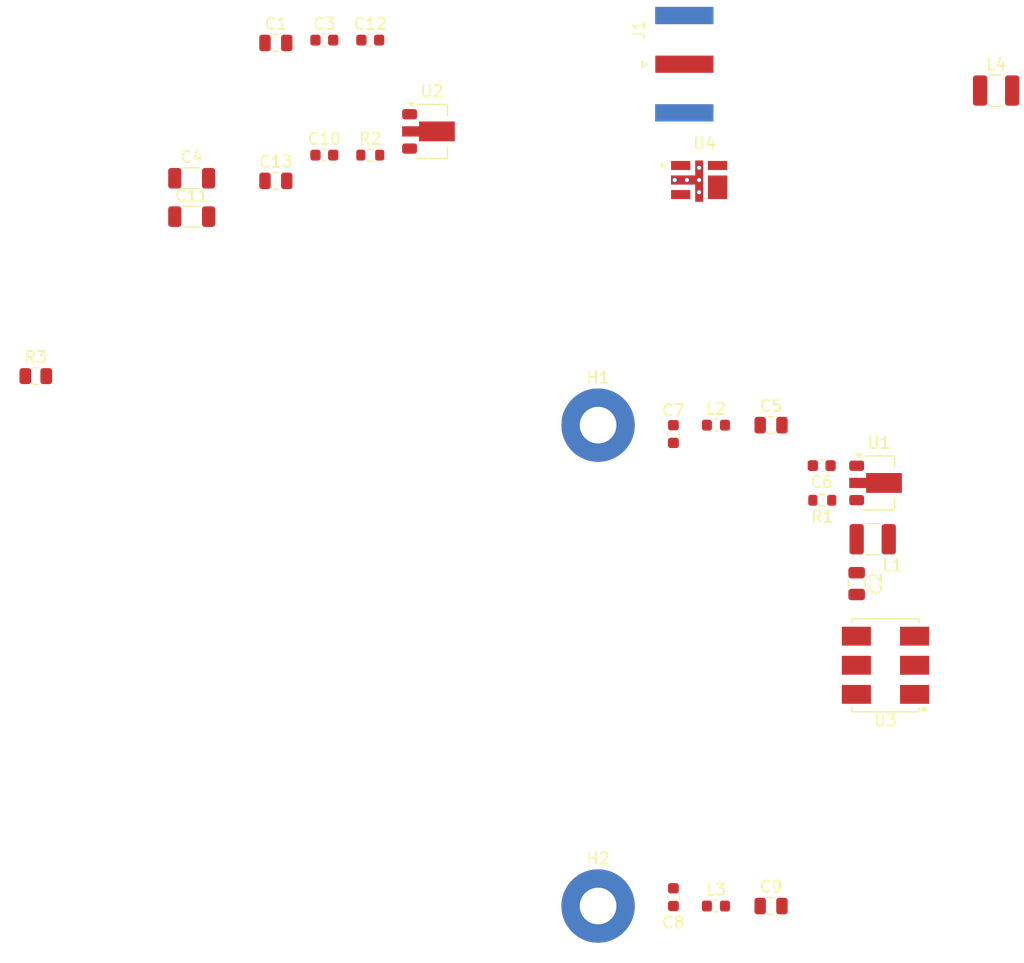
<source format=kicad_pcb>
(kicad_pcb (version 20241229) (generator "pcbnew") (generator_version "9.0")
  (layers (0 "F.Cu" signal) (2 "B.Cu" signal) (13 "F.Paste" user) (15 "B.Paste" user) (5 "F.SilkS" user "F.Silkscreen") (7 "B.SilkS" user "B.Silkscreen") (1 "F.Mask" user) (3 "B.Mask" user) (25 "Edge.Cuts" user))
  (net 0 "")
  (net 1 "+5V")
  (net 2 "GND")
  (net 3 "Net-(U3-PORT2)")
  (net 4 "Net-(C2-Pad1)")
  (net 5 "Net-(C3-Pad1)")
  (net 6 "Net-(C5-Pad1)")
  (net 7 "Net-(C5-Pad2)")
  (net 8 "Net-(C6-Pad2)")
  (net 9 "Net-(C7-Pad2)")
  (net 10 "Net-(C8-Pad2)")
  (net 11 "Net-(C9-Pad1)")
  (net 12 "Net-(C10-Pad1)")
  (net 13 "Net-(C10-Pad2)")
  (net 14 "Net-(C11-Pad1)")
  (net 15 "Net-(C13-Pad1)")
  (net 16 "Net-(U3-PORT1)")
  (net 17 "Net-(J1-In)")
  (net 18 "Net-(U3-PORT_S)")
  (net 19 "Net-(U3-PORT_J)")
  (footprint "Capacitor_SMD:C_0805_2012Metric" (layer "F.Cu") (at 104.03 60.43)
    (property "Reference" "C5" (at 0 -1.68 0) (layer "F.SilkS"))
    (property "Value" "2.2 uF")
    (fp_line (start -0.261252 -0.735) (end 0.261252 -0.735) (stroke (width 0.12)) (layer "F.SilkS"))
    (fp_line (start -0.261252 0.735) (end 0.261252 0.735) (stroke (width 0.12)) (layer "F.SilkS"))
    (pad "1" smd roundrect (at -0.95 0) (size 1 1.45) (layers "F.Cu" "F.Mask" "F.Paste") (net 6 "Net-(C5-Pad1)"))
    (pad "2" smd roundrect (at 0.95 0) (size 1 1.45) (layers "F.Cu" "F.Mask" "F.Paste") (net 7 "Net-(C5-Pad2)"))
  )
  (footprint "TCBT-14+:IC_TCBT-14_" (layer "F.Cu") (at 97.75 39.0332)
    (property "Reference" "U4" (at 0.475 -3.19 0) (layer "F.SilkS"))
    (property "Value" "TCBT-14_")
    (fp_circle (center -3.21 -1.27) (end -3.11 -1.27) (stroke (width 0.2)) (fill no) (layer "F.SilkS"))
    (pad "1" smd rect (at -1.61 -1.27) (size 1.68 0.79) (layers "F.Cu" "F.Paste") (net 17 "Net-(J1-In)"))
    (pad "2" smd rect (at -1.61 1.27) (size 1.68 0.79) (layers "F.Cu" "F.Paste") (net 19 "Net-(U3-PORT_J)"))
    (pad "3" smd rect (at 1.61 0.635) (size 1.68 2.06) (layers "F.Cu" "F.Paste") (net 1 "+5V"))
    (pad "4" smd rect (at 1.61 -1.27) (size 1.68 0.79) (layers "F.Cu" "F.Paste"))
    (pad "5" smd custom (at 0 0) (size 0.1 0.1) (layers "F.Cu") (net 2 "GND") (options (clearance outline) (anchor rect)) (primitives (gr_poly (pts (xy -0.34 -1.7) (xy 0.35 -1.7) (xy 0.35 1.9) (xy -0.34 1.9) (xy -0.34 0.395) (xy -2.45 0.395) (xy -2.45 -0.395) (xy -0.34 -0.395)) (width 0.01) (fill yes))))
    (pad "6" thru_hole circle (at 0 0) (size 0.44 0.44) (drill 0.33) (layers "*.Cu"))
    (pad "7" thru_hole circle (at 0 -1.0668) (size 0.44 0.44) (drill 0.33) (layers "*.Cu"))
    (pad "8" thru_hole circle (at 0 1.0668) (size 0.44 0.44) (drill 0.33) (layers "*.Cu"))
    (pad "9" thru_hole circle (at -1.0668 0) (size 0.44 0.44) (drill 0.33) (layers "*.Cu"))
    (pad "10" thru_hole circle (at -2.1336 0) (size 0.44 0.44) (drill 0.33) (layers "*.Cu"))
  )
  (footprint "Capacitor_SMD:C_0603_1608Metric" (layer "F.Cu") (at 65.035 36.86)
    (property "Reference" "C10" (at 0 -1.43 0) (layer "F.SilkS"))
    (property "Value" "0.1 uF")
    (fp_line (start -0.14058 -0.51) (end 0.14058 -0.51) (stroke (width 0.12)) (layer "F.SilkS"))
    (fp_line (start -0.14058 0.51) (end 0.14058 0.51) (stroke (width 0.12)) (layer "F.SilkS"))
    (pad "1" smd roundrect (at -0.775 0) (size 0.9 0.95) (layers "F.Cu" "F.Mask" "F.Paste") (net 12 "Net-(C10-Pad1)"))
    (pad "2" smd roundrect (at 0.775 0) (size 0.9 0.95) (layers "F.Cu" "F.Mask" "F.Paste") (net 13 "Net-(C10-Pad2)"))
  )
  (footprint "Capacitor_SMD:C_1206_3216Metric" (layer "F.Cu") (at 53.455 38.88)
    (property "Reference" "C4" (at 0 -1.85 0) (layer "F.SilkS"))
    (property "Value" "10 uF")
    (fp_line (start -0.711252 -0.91) (end 0.711252 -0.91) (stroke (width 0.12)) (layer "F.SilkS"))
    (fp_line (start -0.711252 0.91) (end 0.711252 0.91) (stroke (width 0.12)) (layer "F.SilkS"))
    (pad "1" smd roundrect (at -1.475 0) (size 1.15 1.8) (layers "F.Cu" "F.Mask" "F.Paste") (roundrect_rratio 0.217391) (net 5 "Net-(C3-Pad1)"))
    (pad "2" smd roundrect (at 1.475 0) (size 1.15 1.8) (layers "F.Cu" "F.Mask" "F.Paste") (roundrect_rratio 0.217391) (net 2 "GND"))
  )
  (footprint "Inductor_SMD:L_0603_1608Metric" (layer "F.Cu") (at 99.2175 60.43)
    (property "Reference" "L2" (at 0 -1.43 0) (layer "F.SilkS"))
    (property "Value" "5.1 nH")
    (fp_line (start -0.162779 -0.51) (end 0.162779 -0.51) (stroke (width 0.12)) (layer "F.SilkS"))
    (fp_line (start -0.162779 0.51) (end 0.162779 0.51) (stroke (width 0.12)) (layer "F.SilkS"))
    (pad "1" smd roundrect (at -0.7875 0) (size 0.875 0.95) (layers "F.Cu" "F.Mask" "F.Paste") (net 9 "Net-(C7-Pad2)"))
    (pad "2" smd roundrect (at 0.7875 0) (size 0.875 0.95) (layers "F.Cu" "F.Mask" "F.Paste") (net 6 "Net-(C5-Pad1)"))
  )
  (footprint "Capacitor_SMD:C_0603_1608Metric" (layer "F.Cu") (at 108.45 63.9625 180)
    (property "Reference" "C6" (at 0 -1.43 0) (layer "F.SilkS"))
    (property "Value" "0.1 uF")
    (fp_line (start -0.14058 0.51) (end 0.14058 0.51) (stroke (width 0.12)) (layer "F.SilkS"))
    (fp_line (start -0.14058 -0.51) (end 0.14058 -0.51) (stroke (width 0.12)) (layer "F.SilkS"))
    (pad "1" smd roundrect (at -0.775 0 180) (size 0.9 0.95) (layers "F.Cu" "F.Mask" "F.Paste") (net 7 "Net-(C5-Pad2)"))
    (pad "2" smd roundrect (at 0.775 0 180) (size 0.9 0.95) (layers "F.Cu" "F.Mask" "F.Paste") (net 8 "Net-(C6-Pad2)"))
  )
  (footprint "Capacitor_SMD:C_0805_2012Metric" (layer "F.Cu") (at 111.5 74.2625 -90)
    (property "Reference" "C2" (at 0 -1.68 90) (layer "F.SilkS"))
    (property "Value" "2.2 uF")
    (fp_line (start -0.261252 0.735) (end 0.261252 0.735) (stroke (width 0.12)) (layer "F.SilkS"))
    (fp_line (start -0.261252 -0.735) (end 0.261252 -0.735) (stroke (width 0.12)) (layer "F.SilkS"))
    (pad "1" smd roundrect (at -0.95 0 270) (size 1 1.45) (layers "F.Cu" "F.Mask" "F.Paste") (net 4 "Net-(C2-Pad1)"))
    (pad "2" smd roundrect (at 0.95 0 270) (size 1 1.45) (layers "F.Cu" "F.Mask" "F.Paste") (net 3 "Net-(U3-PORT2)"))
  )
  (footprint "Resistor_SMD:R_0603_1608Metric" (layer "F.Cu") (at 69.045 36.86)
    (property "Reference" "R2" (at 0 -1.43 0) (layer "F.SilkS"))
    (property "Value" "1500")
    (fp_line (start -0.237258 -0.5225) (end 0.237258 -0.5225) (stroke (width 0.12)) (layer "F.SilkS"))
    (fp_line (start -0.237258 0.5225) (end 0.237258 0.5225) (stroke (width 0.12)) (layer "F.SilkS"))
    (pad "1" smd roundrect (at -0.825 0) (size 0.8 0.95) (layers "F.Cu" "F.Mask" "F.Paste") (net 15 "Net-(C13-Pad1)"))
    (pad "2" smd roundrect (at 0.825 0) (size 0.8 0.95) (layers "F.Cu" "F.Mask" "F.Paste") (net 13 "Net-(C10-Pad2)"))
  )
  (footprint "Capacitor_SMD:C_0603_1608Metric" (layer "F.Cu") (at 69.045 26.82)
    (property "Reference" "C12" (at 0 -1.43 0) (layer "F.SilkS"))
    (property "Value" "1 nF")
    (fp_line (start -0.14058 -0.51) (end 0.14058 -0.51) (stroke (width 0.12)) (layer "F.SilkS"))
    (fp_line (start -0.14058 0.51) (end 0.14058 0.51) (stroke (width 0.12)) (layer "F.SilkS"))
    (pad "1" smd roundrect (at -0.775 0) (size 0.9 0.95) (layers "F.Cu" "F.Mask" "F.Paste") (net 14 "Net-(C11-Pad1)"))
    (pad "2" smd roundrect (at 0.775 0) (size 0.9 0.95) (layers "F.Cu" "F.Mask" "F.Paste") (net 2 "GND"))
  )
  (footprint "Package_TO_SOT_SMD:SOT-89-3" (layer "F.Cu") (at 74.425 34.79)
    (property "Reference" "U2" (at 0 -3.5 0) (layer "F.SilkS"))
    (property "Value" "PHA-13LN")
    (fp_line (start -1.22 -2.36) (end 1.36 -2.36) (stroke (width 0.12)) (layer "F.SilkS"))
    (fp_line (start 1.36 -1.38) (end 1.36 -2.36) (stroke (width 0.12)) (layer "F.SilkS"))
    (fp_line (start 1.36 1.38) (end 1.36 2.36) (stroke (width 0.12)) (layer "F.SilkS"))
    (fp_line (start 1.36 2.36) (end -1.36 2.36) (stroke (width 0.12)) (layer "F.SilkS"))
    (fp_poly (pts (xy -1.77 -2.21) (xy -2.01 -2.54) (xy -1.53 -2.54) (xy -1.77 -2.21)) (stroke (width 0.12)) (fill yes) (layer "F.SilkS"))
    (pad "1" smd roundrect (at -1.95 -1.5) (size 1.3 0.9) (layers "F.Cu" "F.Mask" "F.Paste") (net 12 "Net-(C10-Pad1)"))
    (pad "2" smd custom (at -1.8625 0) (size 1.475 0.9) (layers "F.Cu" "F.Mask" "F.Paste") (net 2 "GND") (options (clearance outline) (anchor rect)) (primitives (gr_poly (pts (xy 3.8625 0.8665) (xy 0.7375 0.8665) (xy 0.7375 -0.8665) (xy 3.8625 -0.8665)) (width 0) (fill yes))))
    (pad "3" smd roundrect (at -1.95 1.5) (size 1.3 0.9) (layers "F.Cu" "F.Mask" "F.Paste") (net 15 "Net-(C13-Pad1)"))
  )
  (footprint "Capacitor_SMD:C_0805_2012Metric" (layer "F.Cu") (at 60.805 39.11)
    (property "Reference" "C13" (at 0 -1.68 0) (layer "F.SilkS"))
    (property "Value" "2.2 uF")
    (fp_line (start -0.261252 -0.735) (end 0.261252 -0.735) (stroke (width 0.12)) (layer "F.SilkS"))
    (fp_line (start -0.261252 0.735) (end 0.261252 0.735) (stroke (width 0.12)) (layer "F.SilkS"))
    (pad "1" smd roundrect (at -0.95 0) (size 1 1.45) (layers "F.Cu" "F.Mask" "F.Paste") (net 15 "Net-(C13-Pad1)"))
    (pad "2" smd roundrect (at 0.95 0) (size 1 1.45) (layers "F.Cu" "F.Mask" "F.Paste") (net 16 "Net-(U3-PORT1)"))
  )
  (footprint "RF_Mini-Circuits:Mini-Circuits_CD636_H4.11mm" (layer "F.Cu") (at 114.015 81.39 180)
    (property "Reference" "U3" (at 0 -4.826 0) (layer "F.SilkS"))
    (property "Value" "AMT-32+")
    (fp_line (start 2.921 4.064) (end 2.921 3.71) (stroke (width 0.12)) (layer "F.SilkS"))
    (fp_line (start 2.921 -3.71) (end 2.921 -4.064) (stroke (width 0.12)) (layer "F.SilkS"))
    (fp_line (start 2.921 -4.064) (end -2.921 -4.064) (stroke (width 0.12)) (layer "F.SilkS"))
    (fp_line (start -2.921 4.064) (end 2.921 4.064) (stroke (width 0.12)) (layer "F.SilkS"))
    (fp_line (start -2.921 4.064) (end -2.921 3.71) (stroke (width 0.12)) (layer "F.SilkS"))
    (fp_line (start -2.921 -4.064) (end -2.921 -3.71) (stroke (width 0.12)) (layer "F.SilkS"))
    (fp_poly (pts (xy -3.37 -3.63) (xy -3.61 -3.966) (xy -3.13 -3.966) (xy -3.37 -3.63)) (stroke (width 0.12)) (fill yes) (layer "F.SilkS"))
    (pad "1" smd rect (at -2.54 -2.54 180) (size 2.54 1.65) (layers "F.Cu" "F.Mask" "F.Paste") (net 19 "Net-(U3-PORT_J)"))
    (pad "2" smd rect (at -2.54 0 180) (size 2.54 1.65) (layers "F.Cu" "F.Mask" "F.Paste") (net 2 "GND"))
    (pad "3" smd rect (at -2.54 2.54 180) (size 2.54 1.65) (layers "F.Cu" "F.Mask" "F.Paste") (net 18 "Net-(U3-PORT_S)"))
    (pad "4" smd rect (at 2.54 2.54 180) (size 2.54 1.65) (layers "F.Cu" "F.Mask" "F.Paste") (net 3 "Net-(U3-PORT2)"))
    (pad "5" smd rect (at 2.54 0 180) (size 2.54 1.65) (layers "F.Cu" "F.Mask" "F.Paste") (net 2 "GND"))
    (pad "6" smd rect (at 2.54 -2.54 180) (size 2.54 1.65) (layers "F.Cu" "F.Mask" "F.Paste") (net 16 "Net-(U3-PORT1)"))
  )
  (footprint "Capacitor_SMD:C_0603_1608Metric" (layer "F.Cu") (at 95.505 101.63 -90)
    (property "Reference" "C8" (at 2.21 0.01 0) (layer "F.SilkS"))
    (property "Value" "1.5 pF")
    (fp_line (start -0.14058 0.51) (end 0.14058 0.51) (stroke (width 0.12)) (layer "F.SilkS"))
    (fp_line (start -0.14058 -0.51) (end 0.14058 -0.51) (stroke (width 0.12)) (layer "F.SilkS"))
    (pad "1" smd roundrect (at -0.775 0 270) (size 0.9 0.95) (layers "F.Cu" "F.Mask" "F.Paste") (net 2 "GND"))
    (pad "2" smd roundrect (at 0.775 0 270) (size 0.9 0.95) (layers "F.Cu" "F.Mask" "F.Paste") (net 10 "Net-(C8-Pad2)"))
  )
  (footprint "MountingHole:MountingHole_3.2mm_M3_Pad_TopBottom" (layer "F.Cu") (at 88.93 60.43)
    (property "Reference" "H1" (at 0 -4.15 0) (layer "F.SilkS"))
    (property "Value" "IN+")
    (pad "1" thru_hole circle (at 0 0) (size 3.6 3.6) (drill 3.2) (layers "*.Cu" "*.Mask") (net 9 "Net-(C7-Pad2)"))
    (pad "1" connect circle (at 0 0) (size 6.4 6.4) (layers "F.Cu" "F.Mask") (net 9 "Net-(C7-Pad2)"))
    (pad "1" connect circle (at 0 0) (size 6.4 6.4) (layers "B.Cu" "B.Mask") (net 9 "Net-(C7-Pad2)"))
  )
  (footprint "Package_TO_SOT_SMD:SOT-89-3" (layer "F.Cu") (at 113.45 65.475)
    (property "Reference" "U1" (at 0 -3.5 0) (layer "F.SilkS"))
    (property "Value" "PHA-13LN")
    (fp_line (start -1.22 -2.36) (end 1.36 -2.36) (stroke (width 0.12)) (layer "F.SilkS"))
    (fp_line (start 1.36 -1.38) (end 1.36 -2.36) (stroke (width 0.12)) (layer "F.SilkS"))
    (fp_line (start 1.36 1.38) (end 1.36 2.36) (stroke (width 0.12)) (layer "F.SilkS"))
    (fp_line (start 1.36 2.36) (end -1.36 2.36) (stroke (width 0.12)) (layer "F.SilkS"))
    (fp_poly (pts (xy -1.77 -2.21) (xy -2.01 -2.54) (xy -1.53 -2.54) (xy -1.77 -2.21)) (stroke (width 0.12)) (fill yes) (layer "F.SilkS"))
    (pad "1" smd roundrect (at -1.95 -1.5) (size 1.3 0.9) (layers "F.Cu" "F.Mask" "F.Paste") (net 7 "Net-(C5-Pad2)"))
    (pad "2" smd custom (at -1.8625 0) (size 1.475 0.9) (layers "F.Cu" "F.Mask" "F.Paste") (net 2 "GND") (options (clearance outline) (anchor rect)) (primitives (gr_poly (pts (xy 3.8625 0.8665) (xy 0.7375 0.8665) (xy 0.7375 -0.8665) (xy 3.8625 -0.8665)) (width 0) (fill yes))))
    (pad "3" smd roundrect (at -1.95 1.5) (size 1.3 0.9) (layers "F.Cu" "F.Mask" "F.Paste") (net 4 "Net-(C2-Pad1)"))
  )
  (footprint "MountingHole:MountingHole_3.2mm_M3_Pad_TopBottom" (layer "F.Cu") (at 88.93 102.405)
    (property "Reference" "H2" (at 0 -4.15 0) (layer "F.SilkS"))
    (property "Value" "IN+")
    (pad "1" thru_hole circle (at 0 0) (size 3.6 3.6) (drill 3.2) (layers "*.Cu" "*.Mask") (net 10 "Net-(C8-Pad2)"))
    (pad "1" connect circle (at 0 0) (size 6.4 6.4) (layers "F.Cu" "F.Mask") (net 10 "Net-(C8-Pad2)"))
    (pad "1" connect circle (at 0 0) (size 6.4 6.4) (layers "B.Cu" "B.Mask") (net 10 "Net-(C8-Pad2)"))
  )
  (footprint "Capacitor_SMD:C_0603_1608Metric" (layer "F.Cu") (at 65.035 26.82)
    (property "Reference" "C3" (at 0 -1.43 0) (layer "F.SilkS"))
    (property "Value" "1 nF")
    (fp_line (start -0.14058 -0.51) (end 0.14058 -0.51) (stroke (width 0.12)) (layer "F.SilkS"))
    (fp_line (start -0.14058 0.51) (end 0.14058 0.51) (stroke (width 0.12)) (layer "F.SilkS"))
    (pad "1" smd roundrect (at -0.775 0) (size 0.9 0.95) (layers "F.Cu" "F.Mask" "F.Paste") (net 5 "Net-(C3-Pad1)"))
    (pad "2" smd roundrect (at 0.775 0) (size 0.9 0.95) (layers "F.Cu" "F.Mask" "F.Paste") (net 2 "GND"))
  )
  (footprint "Capacitor_SMD:C_0805_2012Metric" (layer "F.Cu") (at 60.805 27.07)
    (property "Reference" "C1" (at 0 -1.68 0) (layer "F.SilkS"))
    (property "Value" "0.1 uF")
    (fp_line (start -0.261252 -0.735) (end 0.261252 -0.735) (stroke (width 0.12)) (layer "F.SilkS"))
    (fp_line (start -0.261252 0.735) (end 0.261252 0.735) (stroke (width 0.12)) (layer "F.SilkS"))
    (pad "1" smd roundrect (at -0.95 0) (size 1 1.45) (layers "F.Cu" "F.Mask" "F.Paste") (net 1 "+5V"))
    (pad "2" smd roundrect (at 0.95 0) (size 1 1.45) (layers "F.Cu" "F.Mask" "F.Paste") (net 2 "GND"))
  )
  (footprint "Inductor_SMD:L_1210_3225Metric" (layer "F.Cu") (at 112.9 70.3875 180)
    (property "Reference" "L1" (at -1.725 -2.275 0) (layer "F.SilkS"))
    (property "Value" "15 uH")
    (fp_line (start -0.602064 1.36) (end 0.602064 1.36) (stroke (width 0.12)) (layer "F.SilkS"))
    (fp_line (start -0.602064 -1.36) (end 0.602064 -1.36) (stroke (width 0.12)) (layer "F.SilkS"))
    (pad "1" smd roundrect (at -1.4 0 180) (size 1.25 2.65) (layers "F.Cu" "F.Mask" "F.Paste") (roundrect_rratio 0.2) (net 5 "Net-(C3-Pad1)"))
    (pad "2" smd roundrect (at 1.4 0 180) (size 1.25 2.65) (layers "F.Cu" "F.Mask" "F.Paste") (roundrect_rratio 0.2) (net 4 "Net-(C2-Pad1)"))
  )
  (footprint "Resistor_SMD:R_0603_1608Metric" (layer "F.Cu") (at 108.5 66.9875 180)
    (property "Reference" "R1" (at 0 -1.43 0) (layer "F.SilkS"))
    (property "Value" "1500")
    (fp_line (start -0.237258 0.5225) (end 0.237258 0.5225) (stroke (width 0.12)) (layer "F.SilkS"))
    (fp_line (start -0.237258 -0.5225) (end 0.237258 -0.5225) (stroke (width 0.12)) (layer "F.SilkS"))
    (pad "1" smd roundrect (at -0.825 0 180) (size 0.8 0.95) (layers "F.Cu" "F.Mask" "F.Paste") (net 4 "Net-(C2-Pad1)"))
    (pad "2" smd roundrect (at 0.825 0 180) (size 0.8 0.95) (layers "F.Cu" "F.Mask" "F.Paste") (net 8 "Net-(C6-Pad2)"))
  )
  (footprint "Inductor_SMD:L_0603_1608Metric" (layer "F.Cu") (at 99.2175 102.405)
    (property "Reference" "L3" (at 0 -1.43 0) (layer "F.SilkS"))
    (property "Value" "5.1 nH")
    (fp_line (start -0.162779 -0.51) (end 0.162779 -0.51) (stroke (width 0.12)) (layer "F.SilkS"))
    (fp_line (start -0.162779 0.51) (end 0.162779 0.51) (stroke (width 0.12)) (layer "F.SilkS"))
    (pad "1" smd roundrect (at -0.7875 0) (size 0.875 0.95) (layers "F.Cu" "F.Mask" "F.Paste") (net 10 "Net-(C8-Pad2)"))
    (pad "2" smd roundrect (at 0.7875 0) (size 0.875 0.95) (layers "F.Cu" "F.Mask" "F.Paste") (net 11 "Net-(C9-Pad1)"))
  )
  (footprint "Inductor_SMD:L_1210_3225Metric" (layer "F.Cu") (at 123.675 31.225)
    (property "Reference" "L4" (at 0 -2.28 0) (layer "F.SilkS"))
    (property "Value" "15 uH")
    (fp_line (start -0.602064 -1.36) (end 0.602064 -1.36) (stroke (width 0.12)) (layer "F.SilkS"))
    (fp_line (start -0.602064 1.36) (end 0.602064 1.36) (stroke (width 0.12)) (layer "F.SilkS"))
    (pad "1" smd roundrect (at -1.4 0) (size 1.25 2.65) (layers "F.Cu" "F.Mask" "F.Paste") (roundrect_rratio 0.2) (net 14 "Net-(C11-Pad1)"))
    (pad "2" smd roundrect (at 1.4 0) (size 1.25 2.65) (layers "F.Cu" "F.Mask" "F.Paste") (roundrect_rratio 0.2) (net 15 "Net-(C13-Pad1)"))
  )
  (footprint "Capacitor_SMD:C_0805_2012Metric" (layer "F.Cu") (at 104.03 102.405)
    (property "Reference" "C9" (at 0 -1.68 0) (layer "F.SilkS"))
    (property "Value" "2.2 uF")
    (fp_line (start -0.261252 -0.735) (end 0.261252 -0.735) (stroke (width 0.12)) (layer "F.SilkS"))
    (fp_line (start -0.261252 0.735) (end 0.261252 0.735) (stroke (width 0.12)) (layer "F.SilkS"))
    (pad "1" smd roundrect (at -0.95 0) (size 1 1.45) (layers "F.Cu" "F.Mask" "F.Paste") (net 11 "Net-(C9-Pad1)"))
    (pad "2" smd roundrect (at 0.95 0) (size 1 1.45) (layers "F.Cu" "F.Mask" "F.Paste") (net 12 "Net-(C10-Pad1)"))
  )
  (footprint "Connector_Coaxial:SMA_Amphenol_132289_EdgeMount" (layer "F.Cu") (at 96.4625 28.925)
    (property "Reference" "J1" (at -3.96 -3 90) (layer "F.SilkS"))
    (property "Value" "Conn_Coaxial")
    (fp_line (start -3.71 -0.25) (end -3.71 0.25) (stroke (width 0.12)) (layer "F.SilkS"))
    (fp_line (start -3.71 0.25) (end -3.21 0) (stroke (width 0.12)) (layer "F.SilkS"))
    (fp_line (start -3.21 0) (end -3.71 -0.25) (stroke (width 0.12)) (layer "F.SilkS"))
    (pad "1" smd rect (at 0 0 90) (size 1.5 5.08) (layers "F.Cu" "F.Mask" "F.Paste") (net 17 "Net-(J1-In)"))
    (pad "2" smd rect (at 0 -4.25 90) (size 1.5 5.08) (layers "F.Cu" "F.Mask" "F.Paste") (net 2 "GND"))
    (pad "2" smd rect (at 0 -4.25 90) (size 1.5 5.08) (layers "B.Cu" "B.Mask" "B.Paste") (net 2 "GND"))
    (pad "2" smd rect (at 0 4.25 90) (size 1.5 5.08) (layers "F.Cu" "F.Mask" "F.Paste") (net 2 "GND"))
    (pad "2" smd rect (at 0 4.25 90) (size 1.5 5.08) (layers "B.Cu" "B.Mask" "B.Paste") (net 2 "GND"))
  )
  (footprint "Capacitor_SMD:C_0603_1608Metric" (layer "F.Cu") (at 95.505 61.205 90)
    (property "Reference" "C7" (at 2.07 -0.01 180) (layer "F.SilkS"))
    (property "Value" "1.5 pF")
    (fp_line (start -0.14058 -0.51) (end 0.14058 -0.51) (stroke (width 0.12)) (layer "F.SilkS"))
    (fp_line (start -0.14058 0.51) (end 0.14058 0.51) (stroke (width 0.12)) (layer "F.SilkS"))
    (pad "1" smd roundrect (at -0.775 0 90) (size 0.9 0.95) (layers "F.Cu" "F.Mask" "F.Paste") (net 2 "GND"))
    (pad "2" smd roundrect (at 0.775 0 90) (size 0.9 0.95) (layers "F.Cu" "F.Mask" "F.Paste") (net 9 "Net-(C7-Pad2)"))
  )
  (footprint "Capacitor_SMD:C_1206_3216Metric" (layer "F.Cu") (at 53.455 42.23)
    (property "Reference" "C11" (at 0 -1.85 0) (layer "F.SilkS"))
    (property "Value" "10 uF")
    (fp_line (start -0.711252 -0.91) (end 0.711252 -0.91) (stroke (width 0.12)) (layer "F.SilkS"))
    (fp_line (start -0.711252 0.91) (end 0.711252 0.91) (stroke (width 0.12)) (layer "F.SilkS"))
    (pad "1" smd roundrect (at -1.475 0) (size 1.15 1.8) (layers "F.Cu" "F.Mask" "F.Paste") (roundrect_rratio 0.217391) (net 14 "Net-(C11-Pad1)"))
    (pad "2" smd roundrect (at 1.475 0) (size 1.15 1.8) (layers "F.Cu" "F.Mask" "F.Paste") (roundrect_rratio 0.217391) (net 2 "GND"))
  )
  (footprint "Resistor_SMD:R_0805_2012Metric" (layer "F.Cu") (at 39.85 56.15)
    (property "Reference" "R3" (at 0 -1.65 0) (layer "F.SilkS"))
    (property "Value" "R_Small")
    (fp_line (start -0.227064 -0.735) (end 0.227064 -0.735) (stroke (width 0.12)) (layer "F.SilkS"))
    (fp_line (start -0.227064 0.735) (end 0.227064 0.735) (stroke (width 0.12)) (layer "F.SilkS"))
    (pad "1" smd roundrect (at -0.9125 0) (size 1.025 1.4) (layers "F.Cu" "F.Mask" "F.Paste") (roundrect_rratio 0.243902) (net 2 "GND"))
    (pad "2" smd roundrect (at 0.9125 0) (size 1.025 1.4) (layers "F.Cu" "F.Mask" "F.Paste") (roundrect_rratio 0.243902) (net 18 "Net-(U3-PORT_S)"))
  )
)
</source>
